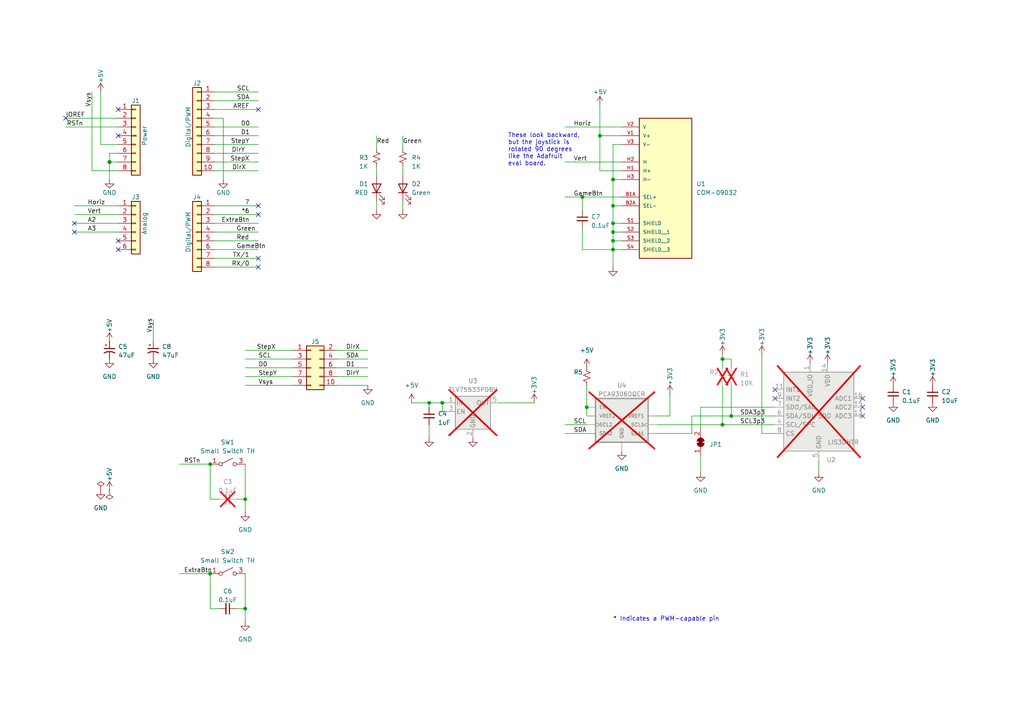
<source format=kicad_sch>
(kicad_sch (version 20230121) (generator eeschema)
  (paper "A4")
  (title_block (date "2023-10-11"))
  (lib_symbols
    (symbol "Connector_Generic:Conn_01x06" (pin_names (offset 1.016) hide)
      (property "Reference" "J" (at 0 7.62 0))
      (property "Value" "Conn_01x06" (at 0 -10.16 0))
      (symbol "Conn_01x06_1_1"
        (rectangle (start -1.27 -7.493) (end 0 -7.747) (stroke (width 0.1524)))
        (rectangle (start -1.27 -4.953) (end 0 -5.207) (stroke (width 0.1524)))
        (rectangle (start -1.27 -2.413) (end 0 -2.667) (stroke (width 0.1524)))
        (rectangle (start -1.27 0.127) (end 0 -0.127) (stroke (width 0.1524)))
        (rectangle (start -1.27 2.667) (end 0 2.413) (stroke (width 0.1524)))
        (rectangle (start -1.27 5.207) (end 0 4.953) (stroke (width 0.1524)))
        (rectangle (start -1.27 6.35) (end 1.27 -8.89) (stroke (width 0.254)) (fill (type background)))
        (pin passive line (at -5.08 5.08 0) (length 3.81) (name "Pin_1") (number "1"))
        (pin passive line (at -5.08 2.54 0) (length 3.81) (name "Pin_2") (number "2"))
        (pin passive line (at -5.08 0 0) (length 3.81) (name "Pin_3") (number "3"))
        (pin passive line (at -5.08 -2.54 0) (length 3.81) (name "Pin_4") (number "4"))
        (pin passive line (at -5.08 -5.08 0) (length 3.81) (name "Pin_5") (number "5"))
        (pin passive line (at -5.08 -7.62 0) (length 3.81) (name "Pin_6") (number "6"))
      )
    )
    (symbol "Connector_Generic:Conn_01x08" (pin_names (offset 1.016) hide)
      (property "Reference" "J" (at 0 10.16 0))
      (property "Value" "Conn_01x08" (at 0 -12.7 0))
      (symbol "Conn_01x08_1_1"
        (rectangle (start -1.27 -10.033) (end 0 -10.287) (stroke (width 0.1524)))
        (rectangle (start -1.27 -7.493) (end 0 -7.747) (stroke (width 0.1524)))
        (rectangle (start -1.27 -4.953) (end 0 -5.207) (stroke (width 0.1524)))
        (rectangle (start -1.27 -2.413) (end 0 -2.667) (stroke (width 0.1524)))
        (rectangle (start -1.27 0.127) (end 0 -0.127) (stroke (width 0.1524)))
        (rectangle (start -1.27 2.667) (end 0 2.413) (stroke (width 0.1524)))
        (rectangle (start -1.27 5.207) (end 0 4.953) (stroke (width 0.1524)))
        (rectangle (start -1.27 7.747) (end 0 7.493) (stroke (width 0.1524)))
        (rectangle (start -1.27 8.89) (end 1.27 -11.43) (stroke (width 0.254)) (fill (type background)))
        (pin passive line (at -5.08 7.62 0) (length 3.81) (name "Pin_1") (number "1"))
        (pin passive line (at -5.08 5.08 0) (length 3.81) (name "Pin_2") (number "2"))
        (pin passive line (at -5.08 2.54 0) (length 3.81) (name "Pin_3") (number "3"))
        (pin passive line (at -5.08 0 0) (length 3.81) (name "Pin_4") (number "4"))
        (pin passive line (at -5.08 -2.54 0) (length 3.81) (name "Pin_5") (number "5"))
        (pin passive line (at -5.08 -5.08 0) (length 3.81) (name "Pin_6") (number "6"))
        (pin passive line (at -5.08 -7.62 0) (length 3.81) (name "Pin_7") (number "7"))
        (pin passive line (at -5.08 -10.16 0) (length 3.81) (name "Pin_8") (number "8"))
      )
    )
    (symbol "Connector_Generic:Conn_01x10" (pin_names (offset 1.016) hide)
      (property "Reference" "J" (at 0 12.7 0))
      (property "Value" "Conn_01x10" (at 0 -15.24 0))
      (symbol "Conn_01x10_1_1"
        (rectangle (start -1.27 -12.573) (end 0 -12.827) (stroke (width 0.1524)))
        (rectangle (start -1.27 -10.033) (end 0 -10.287) (stroke (width 0.1524)))
        (rectangle (start -1.27 -7.493) (end 0 -7.747) (stroke (width 0.1524)))
        (rectangle (start -1.27 -4.953) (end 0 -5.207) (stroke (width 0.1524)))
        (rectangle (start -1.27 -2.413) (end 0 -2.667) (stroke (width 0.1524)))
        (rectangle (start -1.27 0.127) (end 0 -0.127) (stroke (width 0.1524)))
        (rectangle (start -1.27 2.667) (end 0 2.413) (stroke (width 0.1524)))
        (rectangle (start -1.27 5.207) (end 0 4.953) (stroke (width 0.1524)))
        (rectangle (start -1.27 7.747) (end 0 7.493) (stroke (width 0.1524)))
        (rectangle (start -1.27 10.287) (end 0 10.033) (stroke (width 0.1524)))
        (rectangle (start -1.27 11.43) (end 1.27 -13.97) (stroke (width 0.254)) (fill (type background)))
        (pin passive line (at -5.08 10.16 0) (length 3.81) (name "Pin_1") (number "1"))
        (pin passive line (at -5.08 -12.7 0) (length 3.81) (name "Pin_10") (number "10"))
        (pin passive line (at -5.08 7.62 0) (length 3.81) (name "Pin_2") (number "2"))
        (pin passive line (at -5.08 5.08 0) (length 3.81) (name "Pin_3") (number "3"))
        (pin passive line (at -5.08 2.54 0) (length 3.81) (name "Pin_4") (number "4"))
        (pin passive line (at -5.08 0 0) (length 3.81) (name "Pin_5") (number "5"))
        (pin passive line (at -5.08 -2.54 0) (length 3.81) (name "Pin_6") (number "6"))
        (pin passive line (at -5.08 -5.08 0) (length 3.81) (name "Pin_7") (number "7"))
        (pin passive line (at -5.08 -7.62 0) (length 3.81) (name "Pin_8") (number "8"))
        (pin passive line (at -5.08 -10.16 0) (length 3.81) (name "Pin_9") (number "9"))
      )
    )
    (symbol "Connector_Generic:Conn_02x05_Odd_Even" (pin_names (offset 1.016) hide)
      (property "Reference" "J" (at 1.27 7.62 0))
      (property "Value" "Conn_02x05_Odd_Even" (at 1.27 -7.62 0))
      (symbol "Conn_02x05_Odd_Even_1_1"
        (rectangle (start -1.27 -4.953) (end 0 -5.207) (stroke (width 0.1524)))
        (rectangle (start -1.27 -2.413) (end 0 -2.667) (stroke (width 0.1524)))
        (rectangle (start -1.27 0.127) (end 0 -0.127) (stroke (width 0.1524)))
        (rectangle (start -1.27 2.667) (end 0 2.413) (stroke (width 0.1524)))
        (rectangle (start -1.27 5.207) (end 0 4.953) (stroke (width 0.1524)))
        (rectangle (start -1.27 6.35) (end 3.81 -6.35) (stroke (width 0.254)) (fill (type background)))
        (rectangle (start 3.81 -4.953) (end 2.54 -5.207) (stroke (width 0.1524)))
        (rectangle (start 3.81 -2.413) (end 2.54 -2.667) (stroke (width 0.1524)))
        (rectangle (start 3.81 0.127) (end 2.54 -0.127) (stroke (width 0.1524)))
        (rectangle (start 3.81 2.667) (end 2.54 2.413) (stroke (width 0.1524)))
        (rectangle (start 3.81 5.207) (end 2.54 4.953) (stroke (width 0.1524)))
        (pin passive line (at -5.08 5.08 0) (length 3.81) (name "Pin_1") (number "1"))
        (pin passive line (at 7.62 -5.08 180) (length 3.81) (name "Pin_10") (number "10"))
        (pin passive line (at 7.62 5.08 180) (length 3.81) (name "Pin_2") (number "2"))
        (pin passive line (at -5.08 2.54 0) (length 3.81) (name "Pin_3") (number "3"))
        (pin passive line (at 7.62 2.54 180) (length 3.81) (name "Pin_4") (number "4"))
        (pin passive line (at -5.08 0 0) (length 3.81) (name "Pin_5") (number "5"))
        (pin passive line (at 7.62 0 180) (length 3.81) (name "Pin_6") (number "6"))
        (pin passive line (at -5.08 -2.54 0) (length 3.81) (name "Pin_7") (number "7"))
        (pin passive line (at 7.62 -2.54 180) (length 3.81) (name "Pin_8") (number "8"))
        (pin passive line (at -5.08 -5.08 0) (length 3.81) (name "Pin_9") (number "9"))
      )
    )
    (symbol "Device:C_Polarized_Small_US" (pin_numbers hide) (pin_names (offset 0.254) hide)
      (property "Reference" "C" (at 0.254 1.778 0))
      (property "Value" "C_Polarized_Small_US" (at 0.254 -2.032 0))
      (symbol "C_Polarized_Small_US_0_1"
        (polyline (pts (xy -1.524 0.508) (xy 1.524 0.508)) (stroke (width 0.3048)))
        (polyline (pts (xy -1.27 1.524) (xy -0.762 1.524)))
        (polyline (pts (xy -1.016 1.27) (xy -1.016 1.778)))
        (arc (start 1.524 -0.762) (mid 0 -0.3734) (end -1.524 -0.762) (stroke (width 0.3048)))
      )
      (symbol "C_Polarized_Small_US_1_1"
        (pin passive line (at 0 2.54 270) (length 2.032) (name "~") (number "1"))
        (pin passive line (at 0 -2.54 90) (length 2.032) (name "~") (number "2"))
      )
    )
    (symbol "Device:C_Small" (pin_numbers hide) (pin_names (offset 0.254) hide)
      (property "Reference" "C" (at 0.254 1.778 0))
      (property "Value" "C_Small" (at 0.254 -2.032 0))
      (symbol "C_Small_0_1"
        (polyline (pts (xy -1.524 -0.508) (xy 1.524 -0.508)) (stroke (width 0.3302)))
        (polyline (pts (xy -1.524 0.508) (xy 1.524 0.508)) (stroke (width 0.3048)))
      )
      (symbol "C_Small_1_1"
        (pin passive line (at 0 2.54 270) (length 2.032) (name "~") (number "1"))
        (pin passive line (at 0 -2.54 90) (length 2.032) (name "~") (number "2"))
      )
    )
    (symbol "Device:LED" (pin_numbers hide) (pin_names (offset 1.016) hide)
      (property "Reference" "D" (at 0 2.54 0))
      (property "Value" "LED" (at 0 -2.54 0))
      (symbol "LED_0_1"
        (polyline (pts (xy -1.27 -1.27) (xy -1.27 1.27)) (stroke (width 0.254)))
        (polyline (pts (xy -1.27 0) (xy 1.27 0)))
        (polyline (pts (xy 1.27 -1.27) (xy 1.27 1.27) (xy -1.27 0) (xy 1.27 -1.27)) (stroke (width 0.254)))
        (polyline (pts (xy -3.048 -0.762) (xy -4.572 -2.286) (xy -3.81 -2.286) (xy -4.572 -2.286) (xy -4.572 -1.524)))
        (polyline (pts (xy -1.778 -0.762) (xy -3.302 -2.286) (xy -2.54 -2.286) (xy -3.302 -2.286) (xy -3.302 -1.524)))
      )
      (symbol "LED_1_1"
        (pin passive line (at -3.81 0 0) (length 2.54) (name "K") (number "1"))
        (pin passive line (at 3.81 0 180) (length 2.54) (name "A") (number "2"))
      )
    )
    (symbol "Device:R_Small_US" (pin_numbers hide) (pin_names (offset 0.254) hide)
      (property "Reference" "R" (at 0.762 0.508 0))
      (property "Value" "R_Small_US" (at 0.762 -1.016 0))
      (symbol "R_Small_US_1_1"
        (polyline (pts (xy 0 0) (xy 1.016 -0.381) (xy 0 -0.762) (xy -1.016 -1.143) (xy 0 -1.524)))
        (polyline (pts (xy 0 1.524) (xy 1.016 1.143) (xy 0 0.762) (xy -1.016 0.381) (xy 0 0)))
        (pin passive line (at 0 2.54 270) (length 1.016) (name "~") (number "1"))
        (pin passive line (at 0 -2.54 90) (length 1.016) (name "~") (number "2"))
      )
    )
    (symbol "Jumper:SolderJumper_2_Bridged" (pin_names (offset 0) hide)
      (property "Reference" "JP" (at 0 2.032 0))
      (property "Value" "SolderJumper_2_Bridged" (at 0 -2.54 0))
      (symbol "SolderJumper_2_Bridged_0_1"
        (rectangle (start -0.508 0.508) (end 0.508 -0.508) (fill (type outline)))
        (arc (start -0.254 1.016) (mid -1.2656 0) (end -0.254 -1.016))
        (arc (start -0.254 1.016) (mid -1.2656 0) (end -0.254 -1.016) (fill (type outline)))
        (polyline (pts (xy -0.254 1.016) (xy -0.254 -1.016)))
        (polyline (pts (xy 0.254 1.016) (xy 0.254 -1.016)))
        (arc (start 0.254 -1.016) (mid 1.2656 0) (end 0.254 1.016))
        (arc (start 0.254 -1.016) (mid 1.2656 0) (end 0.254 1.016) (fill (type outline)))
      )
      (symbol "SolderJumper_2_Bridged_1_1"
        (pin passive line (at -3.81 0 0) (length 2.54) (name "A") (number "1"))
        (pin passive line (at 3.81 0 180) (length 2.54) (name "B") (number "2"))
      )
    )
    (symbol "Local:COM-09032" (pin_names (offset 1.016))
      (property "Reference" "U" (at -7.62 16.002 0))
      (property "Value" "COM-09032" (at -7.62 -27.94 0))
      (symbol "COM-09032_0_0"
        (rectangle (start -7.62 -25.4) (end 7.62 15.24) (stroke (width 0.254)) (fill (type background)))
        (pin passive line (at -12.7 -7.62 0) (length 5.08) (name "SEL+") (number "B1A"))
        (pin passive line (at -12.7 -10.16 0) (length 5.08) (name "SEL-") (number "B2A"))
        (pin passive line (at -12.7 0 0) (length 5.08) (name "H+") (number "H1"))
        (pin passive line (at -12.7 2.54 0) (length 5.08) (name "H") (number "H2"))
        (pin passive line (at -12.7 -2.54 0) (length 5.08) (name "H-") (number "H3"))
        (pin passive line (at -12.7 -15.24 0) (length 5.08) (name "SHIELD") (number "S1"))
        (pin passive line (at -12.7 -17.78 0) (length 5.08) (name "SHIELD__1") (number "S2"))
        (pin passive line (at -12.7 -20.32 0) (length 5.08) (name "SHIELD__2") (number "S3"))
        (pin passive line (at -12.7 -22.86 0) (length 5.08) (name "SHIELD__3") (number "S4"))
        (pin passive line (at -12.7 10.16 0) (length 5.08) (name "V+") (number "V1"))
        (pin passive line (at -12.7 12.7 0) (length 5.08) (name "V") (number "V2"))
        (pin passive line (at -12.7 7.62 0) (length 5.08) (name "V-") (number "V3"))
      )
    )
    (symbol "Local:Small Switch TH" (pin_names (offset 0) hide)
      (property "Reference" "SW" (at 0 3.175 0))
      (property "Value" "Small Switch TH" (at 0 -2.54 0))
      (symbol "Small Switch TH_0_0"
        (circle (center -2.032 0) (radius 0.508))
        (polyline (pts (xy -1.524 0.254) (xy 1.524 1.778)))
        (circle (center 2.032 0) (radius 0.508))
      )
      (symbol "Small Switch TH_1_1"
        (pin passive line (at -5.08 0 0) (length 2.54) (name "A") (number "1"))
        (pin passive line (at -5.08 0 0) (length 2.54) hide (name "A") (number "2"))
        (pin passive line (at 5.08 0 180) (length 2.54) (name "B") (number "3"))
        (pin passive line (at 5.08 0 180) (length 2.54) hide (name "B") (number "4"))
      )
    )
    (symbol "Regulator_Linear:TLV75533PDBV" (pin_names (offset 0.254))
      (property "Reference" "U" (at -3.81 5.715 0))
      (property "Value" "TLV75533PDBV" (at 0 5.715 0))
      (symbol "TLV75533PDBV_0_1"
        (rectangle (start -5.08 4.445) (end 5.08 -5.08) (stroke (width 0.254)) (fill (type background)))
      )
      (symbol "TLV75533PDBV_1_1"
        (pin power_in line (at -7.62 2.54 0) (length 2.54) (name "IN") (number "1"))
        (pin power_in line (at 0 -7.62 90) (length 2.54) (name "GND") (number "2"))
        (pin input line (at -7.62 0 0) (length 2.54) (name "EN") (number "3"))
        (pin no_connect line (at 5.08 0 180) (length 2.54) hide (name "NC") (number "4"))
        (pin power_out line (at 7.62 2.54 180) (length 2.54) (name "OUT") (number "5"))
      )
    )
    (symbol "Sensor_Motion:LIS3DH"
      (property "Reference" "U" (at -7.62 11.43 0))
      (property "Value" "LIS3DH" (at 6.35 11.43 0))
      (symbol "LIS3DH_0_1"
        (rectangle (start -10.16 10.16) (end 10.16 -12.7) (stroke (width 0.254)) (fill (type background)))
      )
      (symbol "LIS3DH_1_1"
        (pin power_in line (at -2.54 12.7 270) (length 2.54) (name "VDD_IO") (number "1"))
        (pin passive line (at 0 -15.24 90) (length 2.54) hide (name "GND") (number "10"))
        (pin output line (at -12.7 5.08 0) (length 2.54) (name "INT1") (number "11"))
        (pin passive line (at 0 -15.24 90) (length 2.54) hide (name "GND") (number "12"))
        (pin input line (at 12.7 -2.54 180) (length 2.54) (name "ADC3") (number "13"))
        (pin power_in line (at 2.54 12.7 270) (length 2.54) (name "VDD") (number "14"))
        (pin input line (at 12.7 0 180) (length 2.54) (name "ADC2") (number "15"))
        (pin input line (at 12.7 2.54 180) (length 2.54) (name "ADC1") (number "16"))
        (pin no_connect line (at 10.16 5.08 180) (length 2.54) hide (name "NC") (number "2"))
        (pin no_connect line (at 10.16 7.62 180) (length 2.54) hide (name "NC") (number "3"))
        (pin input line (at -12.7 -5.08 0) (length 2.54) (name "SCL/SPC") (number "4"))
        (pin power_in line (at 0 -15.24 90) (length 2.54) (name "GND") (number "5"))
        (pin bidirectional line (at -12.7 -2.54 0) (length 2.54) (name "SDA/SDI/SDO") (number "6"))
        (pin bidirectional line (at -12.7 0 0) (length 2.54) (name "SDO/SA0") (number "7"))
        (pin input line (at -12.7 -7.62 0) (length 2.54) (name "CS") (number "8"))
        (pin output line (at -12.7 2.54 0) (length 2.54) (name "INT2") (number "9"))
      )
    )
    (symbol "StockedComponents:PCA9306DQER" (pin_numbers hide) (pin_names (offset 1.016))
      (property "Reference" "U" (at -12.7 16.24 0))
      (property "Value" "PCA9306DQER" (at -12.7 0 0))
      (symbol "PCA9306DQER_0_0"
        (rectangle (start -12.7 15.24) (end 2.54 2.54) (stroke (width 0.41)) (fill (type background)))
        (pin power_in line (at -5.08 0 90) (length 2.54) (name "GND") (number "1"))
        (pin input line (at -15.24 10.16 0) (length 2.54) (name "VREF1") (number "2"))
        (pin input clock (at -15.24 7.62 0) (length 2.54) (name "SCL1") (number "3"))
        (pin bidirectional line (at -15.24 5.08 0) (length 2.54) (name "SDA1") (number "4"))
        (pin bidirectional line (at 5.08 5.08 180) (length 2.54) (name "SDA2") (number "5"))
        (pin input clock (at 5.08 7.62 180) (length 2.54) (name "SCL2") (number "6"))
        (pin input line (at 5.08 10.16 180) (length 2.54) (name "VREF2") (number "7"))
        (pin input line (at 5.08 12.7 180) (length 2.54) (name "EN") (number "8"))
      )
    )
    (symbol "power:+3V3" (power) (pin_names (offset 0))
      (property "Value" "+3V3" (at 0 3.556 0))
      (symbol "+3V3_0_1"
        (polyline (pts (xy -0.762 1.27) (xy 0 2.54)))
        (polyline (pts (xy 0 0) (xy 0 2.54)))
        (polyline (pts (xy 0 2.54) (xy 0.762 1.27)))
      )
      (symbol "+3V3_1_1"
        (pin power_in line (at 0 0 90) (length 0) hide (name "+3V3") (number "1"))
      )
    )
    (symbol "power:+5V" (power) (pin_names (offset 0))
      (property "Value" "+5V" (at 0 3.556 0))
      (symbol "+5V_0_1"
        (polyline (pts (xy -0.762 1.27) (xy 0 2.54)))
        (polyline (pts (xy 0 0) (xy 0 2.54)))
        (polyline (pts (xy 0 2.54) (xy 0.762 1.27)))
      )
      (symbol "+5V_1_1"
        (pin power_in line (at 0 0 90) (length 0) hide (name "+5V") (number "1"))
      )
    )
    (symbol "power:GND" (power) (pin_names (offset 0))
      (property "Value" "GND" (at 0 -3.81 0))
      (symbol "GND_0_1"
        (polyline (pts (xy 0 0) (xy 0 -1.27) (xy 1.27 -1.27) (xy 0 -2.54) (xy -1.27 -1.27) (xy 0 -1.27)))
      )
      (symbol "GND_1_1"
        (pin power_in line (at 0 0 270) (length 0) hide (name "GND") (number "1"))
      )
    )
    (symbol "power:PWR_FLAG" (power) (pin_numbers hide) (pin_names (offset 0) hide)
      (property "Value" "PWR_FLAG" (at 0 3.81 0))
      (symbol "PWR_FLAG_0_0"
        (pin power_out line (at 0 0 90) (length 0) (name "pwr") (number "1"))
      )
      (symbol "PWR_FLAG_0_1"
        (polyline (pts (xy 0 0) (xy 0 1.27) (xy -1.016 1.905) (xy 0 2.54) (xy 1.016 1.905) (xy 0 1.27)))
      )
    )
  )
  (junction (at 71.12 144.78))
  (junction (at 173.99 39.37))
  (junction (at 71.12 176.53))
  (junction (at 209.55 123.19))
  (junction (at 209.55 104.14))
  (junction (at 124.46 116.84))
  (junction (at 31.75 46.99) (diameter 1.016))
  (junction (at 170.18 118.11))
  (junction (at 177.8 59.69))
  (junction (at 177.8 67.31))
  (junction (at 60.96 134.62))
  (junction (at 60.96 166.37))
  (junction (at 177.8 64.77))
  (junction (at 177.8 69.85))
  (junction (at 212.09 120.65))
  (junction (at 177.8 52.07))
  (junction (at 168.91 57.15))
  (junction (at 128.27 116.84))
  (junction (at 177.8 72.39))
  (no_connect (at 74.93 59.69))
  (no_connect (at 250.19 118.11))
  (no_connect (at 34.29 69.85))
  (no_connect (at 250.19 120.65))
  (no_connect (at 21.59 67.31))
  (no_connect (at 34.29 72.39))
  (no_connect (at 224.79 113.03))
  (no_connect (at 19.05 34.29))
  (no_connect (at 250.19 115.57))
  (no_connect (at 74.93 74.93))
  (no_connect (at 224.79 115.57))
  (no_connect (at 21.59 64.77))
  (no_connect (at 34.29 31.75))
  (no_connect (at 74.93 62.23))
  (no_connect (at 74.93 77.47))
  (no_connect (at 34.29 39.37))
  (no_connect (at 74.93 31.75))
  (wire (pts (xy 62.23 77.47) (xy 74.93 77.47)))
  (wire (pts (xy 68.58 176.53) (xy 71.12 176.53)))
  (wire (pts (xy 62.23 44.45) (xy 74.93 44.45)))
  (wire (pts (xy 109.22 48.26) (xy 109.22 50.8)))
  (wire (pts (xy 168.91 66.04) (xy 168.91 72.39)))
  (wire (pts (xy 97.79 106.68) (xy 106.68 106.68)))
  (wire (pts (xy 212.09 106.68) (xy 212.09 104.14)))
  (wire (pts (xy 71.12 101.6) (xy 85.09 101.6)))
  (wire (pts (xy 60.96 176.53) (xy 60.96 166.37)))
  (wire (pts (xy 62.23 26.67) (xy 74.93 26.67)))
  (wire (pts (xy 163.83 123.19) (xy 170.18 123.19)))
  (wire (pts (xy 71.12 148.59) (xy 71.12 144.78)))
  (wire (pts (xy 173.99 39.37) (xy 173.99 49.53)))
  (wire (pts (xy 220.98 102.87) (xy 220.98 125.73)))
  (wire (pts (xy 97.79 104.14) (xy 106.68 104.14)))
  (wire (pts (xy 31.75 44.45) (xy 31.75 46.99)))
  (wire (pts (xy 209.55 102.87) (xy 209.55 104.14)))
  (wire (pts (xy 209.55 104.14) (xy 209.55 106.68)))
  (wire (pts (xy 170.18 118.11) (xy 170.18 120.65)))
  (wire (pts (xy 177.8 72.39) (xy 177.8 77.47)))
  (wire (pts (xy 31.75 46.99) (xy 31.75 52.07)))
  (wire (pts (xy 62.23 69.85) (xy 74.93 69.85)))
  (wire (pts (xy 97.79 101.6) (xy 106.68 101.6)))
  (wire (pts (xy 124.46 123.19) (xy 124.46 127)))
  (wire (pts (xy 200.66 125.73) (xy 200.66 120.65)))
  (wire (pts (xy 29.21 41.91) (xy 34.29 41.91)))
  (wire (pts (xy 237.49 133.35) (xy 237.49 137.16)))
  (wire (pts (xy 29.21 26.67) (xy 29.21 41.91)))
  (wire (pts (xy 85.09 111.76) (xy 71.12 111.76)))
  (wire (pts (xy 177.8 67.31) (xy 180.34 67.31)))
  (wire (pts (xy 190.5 123.19) (xy 209.55 123.19)))
  (wire (pts (xy 62.23 36.83) (xy 74.93 36.83)))
  (wire (pts (xy 71.12 106.68) (xy 85.09 106.68)))
  (wire (pts (xy 62.23 59.69) (xy 74.93 59.69)))
  (wire (pts (xy 177.8 64.77) (xy 177.8 67.31)))
  (wire (pts (xy 34.29 59.69) (xy 21.59 59.69)))
  (wire (pts (xy 194.31 114.3) (xy 194.31 120.65)))
  (wire (pts (xy 116.84 39.37) (xy 116.84 43.18)))
  (wire (pts (xy 124.46 116.84) (xy 128.27 116.84)))
  (wire (pts (xy 62.23 62.23) (xy 74.93 62.23)))
  (wire (pts (xy 163.83 36.83) (xy 180.34 36.83)))
  (wire (pts (xy 173.99 39.37) (xy 180.34 39.37)))
  (wire (pts (xy 170.18 111.76) (xy 170.18 118.11)))
  (wire (pts (xy 212.09 104.14) (xy 209.55 104.14)))
  (wire (pts (xy 52.07 134.62) (xy 60.96 134.62)))
  (wire (pts (xy 109.22 39.37) (xy 109.22 43.18)))
  (wire (pts (xy 163.83 57.15) (xy 168.91 57.15)))
  (wire (pts (xy 168.91 57.15) (xy 168.91 60.96)))
  (wire (pts (xy 60.96 144.78) (xy 60.96 134.62)))
  (wire (pts (xy 62.23 46.99) (xy 74.93 46.99)))
  (wire (pts (xy 209.55 123.19) (xy 209.55 111.76)))
  (wire (pts (xy 168.91 57.15) (xy 180.34 57.15)))
  (wire (pts (xy 203.2 118.11) (xy 203.2 124.46)))
  (wire (pts (xy 19.05 34.29) (xy 34.29 34.29)))
  (wire (pts (xy 168.91 72.39) (xy 177.8 72.39)))
  (wire (pts (xy 63.5 144.78) (xy 60.96 144.78)))
  (wire (pts (xy 119.38 116.84) (xy 124.46 116.84)))
  (wire (pts (xy 97.79 109.22) (xy 106.68 109.22)))
  (wire (pts (xy 177.8 72.39) (xy 180.34 72.39)))
  (wire (pts (xy 129.54 119.38) (xy 128.27 119.38)))
  (wire (pts (xy 180.34 41.91) (xy 177.8 41.91)))
  (wire (pts (xy 177.8 69.85) (xy 180.34 69.85)))
  (wire (pts (xy 109.22 58.42) (xy 109.22 60.96)))
  (wire (pts (xy 64.77 34.29) (xy 64.77 52.07)))
  (wire (pts (xy 97.79 111.76) (xy 106.68 111.76)))
  (wire (pts (xy 177.8 52.07) (xy 177.8 59.69)))
  (wire (pts (xy 62.23 31.75) (xy 74.93 31.75)))
  (wire (pts (xy 124.46 116.84) (xy 124.46 118.11)))
  (wire (pts (xy 34.29 64.77) (xy 21.59 64.77)))
  (wire (pts (xy 19.05 36.83) (xy 34.29 36.83)))
  (wire (pts (xy 34.29 46.99) (xy 31.75 46.99)))
  (wire (pts (xy 203.2 132.08) (xy 203.2 137.16)))
  (wire (pts (xy 200.66 120.65) (xy 212.09 120.65)))
  (wire (pts (xy 52.07 166.37) (xy 60.96 166.37)))
  (wire (pts (xy 144.78 116.84) (xy 154.94 116.84)))
  (wire (pts (xy 34.29 49.53) (xy 26.67 49.53)))
  (wire (pts (xy 128.27 116.84) (xy 129.54 116.84)))
  (wire (pts (xy 71.12 144.78) (xy 71.12 134.62)))
  (wire (pts (xy 21.59 62.23) (xy 34.29 62.23)))
  (wire (pts (xy 85.09 109.22) (xy 71.12 109.22)))
  (wire (pts (xy 190.5 125.73) (xy 200.66 125.73)))
  (wire (pts (xy 128.27 119.38) (xy 128.27 116.84)))
  (wire (pts (xy 62.23 67.31) (xy 74.93 67.31)))
  (wire (pts (xy 224.79 123.19) (xy 209.55 123.19)))
  (wire (pts (xy 71.12 180.34) (xy 71.12 176.53)))
  (wire (pts (xy 177.8 59.69) (xy 180.34 59.69)))
  (wire (pts (xy 163.83 46.99) (xy 180.34 46.99)))
  (wire (pts (xy 62.23 34.29) (xy 64.77 34.29)))
  (wire (pts (xy 212.09 120.65) (xy 224.79 120.65)))
  (wire (pts (xy 34.29 44.45) (xy 31.75 44.45)))
  (wire (pts (xy 44.45 92.71) (xy 44.45 99.06)))
  (wire (pts (xy 62.23 41.91) (xy 74.93 41.91)))
  (wire (pts (xy 173.99 30.48) (xy 173.99 39.37)))
  (wire (pts (xy 63.5 176.53) (xy 60.96 176.53)))
  (wire (pts (xy 62.23 64.77) (xy 74.93 64.77)))
  (wire (pts (xy 71.12 104.14) (xy 85.09 104.14)))
  (wire (pts (xy 21.59 67.31) (xy 34.29 67.31)))
  (wire (pts (xy 163.83 125.73) (xy 170.18 125.73)))
  (wire (pts (xy 177.8 64.77) (xy 180.34 64.77)))
  (wire (pts (xy 177.8 69.85) (xy 177.8 72.39)))
  (wire (pts (xy 180.34 49.53) (xy 173.99 49.53)))
  (wire (pts (xy 71.12 176.53) (xy 71.12 166.37)))
  (wire (pts (xy 177.8 59.69) (xy 177.8 64.77)))
  (wire (pts (xy 116.84 60.96) (xy 116.84 58.42)))
  (wire (pts (xy 62.23 29.21) (xy 74.93 29.21)))
  (wire (pts (xy 177.8 52.07) (xy 180.34 52.07)))
  (wire (pts (xy 62.23 72.39) (xy 74.93 72.39)))
  (wire (pts (xy 212.09 111.76) (xy 212.09 120.65)))
  (wire (pts (xy 224.79 125.73) (xy 220.98 125.73)))
  (wire (pts (xy 190.5 120.65) (xy 194.31 120.65)))
  (wire (pts (xy 116.84 48.26) (xy 116.84 50.8)))
  (wire (pts (xy 177.8 41.91) (xy 177.8 52.07)))
  (wire (pts (xy 62.23 39.37) (xy 74.93 39.37)))
  (wire (pts (xy 68.58 144.78) (xy 71.12 144.78)))
  (wire (pts (xy 224.79 118.11) (xy 203.2 118.11)))
  (wire (pts (xy 62.23 74.93) (xy 74.93 74.93)))
  (wire (pts (xy 177.8 67.31) (xy 177.8 69.85)))
  (wire (pts (xy 26.67 49.53) (xy 26.67 26.67)))
  (wire (pts (xy 62.23 49.53) (xy 74.93 49.53)))
  (text "These look backward, \nbut the joystick is \nrotated 90 degrees \nlike the Adafruit \neval board." (at 147.32 48.26 0) (effects (font (size 1.27 1.27)) (justify left bottom)))
  (text "* Indicates a PWM-capable pin" (at 177.8 180.34 0) (effects (font (size 1.27 1.27)) (justify left bottom)))
  (label "Vsys" (at 44.45 96.52 90))
  (label "RX{slash}0" (at 72.39 77.47 180))
  (label "Vert" (at 25.4 62.23 0))
  (label "Red" (at 68.58 69.85 0))
  (label "A2" (at 25.4 64.77 0))
  (label "StepY" (at 74.93 109.22 0))
  (label "SCL" (at 74.93 104.14 0))
  (label "SDA" (at 100.33 104.14 0))
  (label "SDA" (at 166.37 125.73 0))
  (label "Horiz" (at 25.4 59.69 0))
  (label "A3" (at 25.4 67.31 0))
  (label "RSTn" (at 53.34 134.62 0))
  (label "Vsys" (at 74.93 111.76 0))
  (label "Vert" (at 166.37 46.99 0))
  (label "RSTn" (at 24.13 36.83 180))
  (label "GameBtn" (at 68.58 72.39 0))
  (label "DirY" (at 71.12 44.45 180))
  (label "StepX" (at 80.01 101.6 180))
  (label "DirY" (at 100.33 109.22 0))
  (label "D1" (at 100.33 106.68 0))
  (label "D0" (at 74.93 106.68 0))
  (label "SDA3p3" (at 214.63 120.65 0))
  (label "7" (at 72.39 59.69 180))
  (label "D0" (at 69.85 36.83 0))
  (label "SDA" (at 72.39 29.21 180))
  (label "SCL" (at 166.37 123.19 0))
  (label "StepY" (at 72.39 41.91 180))
  (label "DirX" (at 100.33 101.6 0))
  (label "DirX" (at 67.31 49.53 0))
  (label "TX{slash}1" (at 72.39 74.93 180))
  (label "Red" (at 109.22 41.91 0))
  (label "Horiz" (at 166.37 36.83 0))
  (label "AREF" (at 72.39 31.75 180))
  (label "Green" (at 68.58 67.31 0))
  (label "Vsys" (at 26.67 26.67 270))
  (label "*6" (at 72.39 62.23 180))
  (label "SCL" (at 72.39 26.67 180))
  (label "StepX" (at 72.39 46.99 180))
  (label "D1" (at 69.85 39.37 0))
  (label "ExtraBtn" (at 72.39 64.77 180))
  (label "IOREF" (at 19.05 34.29 0))
  (label "ExtraBtn" (at 53.34 166.37 0))
  (label "Green" (at 116.84 41.91 0))
  (label "SCL3p3" (at 214.63 123.19 0))
  (label "GameBtn" (at 166.37 57.15 0))
  (symbol (lib_id "Connector_Generic:Conn_01x08") (at 39.37 39.37 0) (unit 1)
    (property "Reference" "J1" (at 39.37 29.21 0))
    (property "Value" "Power" (at 41.91 39.37 90))
    (property "Footprint" "Connector_PinSocket_2.54mm:PinSocket_1x08_P2.54mm_Vertical" (effects hide))
    (property "Datasheet" "~" (at 39.37 39.37 0))
    (property "Digikey" "2057-PH1-08-UA-ND" (effects hide))
    (property "Vendor" "2057-PH1-08-UA-ND" (effects hide))
  )
  (symbol (lib_id "power:+5V") (at 29.21 26.67 0) (unit 1)
    (property "Reference" "#PWR02" (effects hide))
    (property "Value" "+5V" (at 29.21 24.13 90) (effects (justify left)))
  )
  (symbol (lib_id "power:GND") (at 31.75 52.07 0) (unit 1)
    (property "Reference" "#PWR04" (effects hide))
    (property "Value" "GND" (at 31.75 55.88 0))
  )
  (symbol (lib_id "Connector_Generic:Conn_01x10") (at 57.15 36.83 0) (mirror y) (unit 1)
    (property "Reference" "J2" (at 57.15 24.13 0))
    (property "Value" "Digital/PWM" (at 54.61 36.83 90))
    (property "Footprint" "Connector_PinSocket_2.54mm:PinSocket_1x10_P2.54mm_Vertical" (effects hide))
    (property "Datasheet" "~" (at 57.15 36.83 0))
    (property "Digikey" "2057-PH1-10-UA-ND" (effects hide))
    (property "Vendor" "2057-PH1-10-UA-ND" (effects hide))
  )
  (symbol (lib_id "power:GND") (at 64.77 52.07 0) (unit 1)
    (property "Reference" "#PWR05" (effects hide))
    (property "Value" "GND" (at 64.77 55.88 0))
  )
  (symbol (lib_id "Connector_Generic:Conn_01x06") (at 39.37 64.77 0) (unit 1)
    (property "Reference" "J3" (at 39.37 57.15 0))
    (property "Value" "Analog" (at 41.91 64.77 90))
    (property "Footprint" "Connector_PinSocket_2.54mm:PinSocket_1x06_P2.54mm_Vertical" (effects hide))
    (property "digikey" "2057-PH1-06-UA-ND" (effects hide))
    (property "Vendor" "2057-PH1-06-UA-ND" (effects hide))
  )
  (symbol (lib_id "Connector_Generic:Conn_01x08") (at 57.15 67.31 0) (mirror y) (unit 1)
    (property "Reference" "J4" (at 57.15 57.15 0))
    (property "Value" "Digital/PWM" (at 54.61 67.31 90))
    (property "Footprint" "Connector_PinSocket_2.54mm:PinSocket_1x08_P2.54mm_Vertical" (effects hide))
    (property "Datasheet" "~" (at 57.15 67.31 0))
    (property "Digikey" "2057-PH1-08-UA-ND" (effects hide))
    (property "Vendor" "2057-PH1-08-UA-ND" (effects hide))
  )
  (symbol (lib_id "power:GND") (at 44.45 104.14 0) (unit 1)
    (property "Reference" "#PWR033" (effects hide))
    (property "Value" "GND" (at 44.45 109.22 0))
  )
  (symbol (lib_id "Device:R_Small_US") (at 212.09 109.22 0) (unit 1) (in_bom no) (dnp yes)
    (property "Reference" "R1" (at 214.63 108.585 0) (effects (justify left)))
    (property "Value" "10K" (at 214.63 111.125 0) (effects (justify left)))
    (property "Footprint" "Resistor_SMD:R_0603_1608Metric" (effects hide))
    (property "Digikey" "RMCF0603FT10K0CT-ND" (effects hide))
    (property "Vendor" "RMCF0603FT10K0CT-ND" (effects hide))
  )
  (symbol (lib_id "Local:COM-09032") (at 193.04 49.53 0) (unit 1)
    (property "Reference" "U1" (at 201.93 53.34 0) (effects (justify left)))
    (property "Value" "COM-09032" (at 201.93 55.88 0) (effects (justify left)))
    (property "Footprint" "Footprints:XDCR_COM-09032" (effects hide))
    (property "Digikey" "1568-1526-ND" (effects hide))
    (property "Vendor" "1568-1526-ND" (effects hide))
  )
  (symbol (lib_id "Local:Small Switch TH") (at 66.04 134.62 0) (unit 1)
    (property "Reference" "SW1" (at 66.04 128.27 0))
    (property "Value" "Small Switch TH" (at 66.04 130.81 0))
    (property "Footprint" "Footprints:SW4_1825910-B_TEC" (effects hide))
    (property "Datasheet" "https://www.te.com/usa-en/product-1825910-6.datasheet.pdf" (effects hide))
    (property "Digikey" "450-1650-ND" (effects hide))
    (property "Vendor" "450-1650-ND" (effects hide))
  )
  (symbol (lib_id "Device:R_Small_US") (at 116.84 45.72 0) (unit 1)
    (property "Reference" "R4" (at 119.38 45.72 0) (effects (justify left)))
    (property "Value" "1K" (at 119.38 48.26 0) (effects (justify left)))
    (property "Footprint" "Resistor_SMD:R_0603_1608Metric" (effects hide))
    (property "Digikey" "RMCF0603FT1K00CT-ND" (effects hide))
    (property "Vendor" "RMCF0603FT1K00CT-ND" (effects hide))
  )
  (symbol (lib_id "Device:C_Small") (at 66.04 144.78 270) (unit 1) (dnp yes)
    (property "Reference" "C3" (at 66.0336 139.7 90))
    (property "Value" "0.1uF" (at 66.0336 142.24 90))
    (property "Footprint" "Capacitor_SMD:C_0603_1608Metric" (effects hide))
    (property "Digikey" "1276-1000-1-ND" (effects hide))
    (property "Vendor" "1276-1000-1-ND" (effects hide))
  )
  (symbol (lib_id "Connector_Generic:Conn_02x05_Odd_Even") (at 90.17 106.68 0) (unit 1)
    (property "Reference" "J5" (at 91.44 99.06 0))
    (property "Value" "Conn_02x05_Odd_Even" (effects hide))
    (property "Footprint" "Connector_PinHeader_2.54mm:PinHeader_2x05_P2.54mm_Vertical" (effects hide))
    (property "Digikey" "732-2094-ND" (effects hide))
    (property "Vendor" "732-2094-ND" (effects hide))
  )
  (symbol (lib_id "power:GND") (at 31.75 104.14 0) (unit 1)
    (property "Reference" "#PWR029" (effects hide))
    (property "Value" "GND" (at 31.75 109.22 0))
  )
  (symbol (lib_id "Device:C_Polarized_Small_US") (at 31.75 101.6 0) (unit 1)
    (property "Reference" "C5" (at 34.29 100.5332 0) (effects (justify left)))
    (property "Value" "47uF" (at 34.29 103.0732 0) (effects (justify left)))
    (property "Footprint" "Capacitor_THT:CP_Radial_D6.3mm_P2.50mm" (effects hide))
    (property "Digikey" "10-ECE-A1EKA470ICT-ND" (effects hide))
    (property "Vendor" "10-ECE-A1EKA470ICT-ND" (effects hide))
  )
  (symbol (lib_id "power:+3V3") (at 220.98 102.87 0) (unit 1)
    (property "Reference" "#PWR019" (effects hide))
    (property "Value" "+3V3" (at 220.98 97.79 90))
  )
  (symbol (lib_id "power:+5V") (at 31.75 99.06 0) (unit 1)
    (property "Reference" "#PWR028" (effects hide))
    (property "Value" "+5V" (at 31.75 96.52 90) (effects (justify left)))
  )
  (symbol (lib_id "Jumper:SolderJumper_2_Bridged") (at 203.2 128.27 90) (unit 1)
    (property "Reference" "JP1" (at 205.74 128.905 90) (effects (justify right)))
    (property "Value" "SolderJumper_2_Bridged" (effects hide))
    (property "Footprint" "Jumper:SolderJumper-2_P1.3mm_Bridged_RoundedPad1.0x1.5mm" (effects hide))
  )
  (symbol (lib_id "Device:LED") (at 116.84 54.61 90) (unit 1) (in_bom no)
    (property "Reference" "D2" (at 119.38 53.34 90) (effects (justify right)))
    (property "Value" "Green" (at 119.38 55.88 90) (effects (justify right)))
    (property "Footprint" "LED_THT:LED_D5.0mm" (effects hide))
    (property "Datasheet" "https://marktechopto.com/pdf/products/datasheet/MT2118-G-A.pdf" (effects hide))
    (property "Digikey" "1125-1184-ND" (effects hide))
    (property "Vendor" "1125-1184-ND" (effects hide))
  )
  (symbol (lib_id "power:+3V3") (at 209.55 102.87 0) (unit 1)
    (property "Reference" "#PWR020" (effects hide))
    (property "Value" "+3V3" (at 209.55 97.79 90))
  )
  (symbol (lib_id "power:GND") (at 270.51 116.84 0) (unit 1)
    (property "Reference" "#PWR017" (effects hide))
    (property "Value" "GND" (at 270.51 121.92 0))
  )
  (symbol (lib_id "Regulator_Linear:TLV75533PDBV") (at 137.16 119.38 0) (unit 1) (in_bom no) (dnp yes)
    (property "Reference" "U3" (at 137.16 110.49 0))
    (property "Value" "TLV75533PDBV" (at 137.16 113.03 0))
    (property "Footprint" "Package_TO_SOT_SMD:SOT-23-5" (effects hide))
    (property "Datasheet" "http://www.ti.com/lit/ds/symlink/tlv755p.pdf" (effects hide))
    (property "Digikey" "296-50411-1-ND" (effects hide))
    (property "Vendor" "296-50411-1-ND" (effects hide))
  )
  (symbol (lib_id "Device:R_Small_US") (at 209.55 109.22 0) (unit 1) (in_bom no) (dnp yes)
    (property "Reference" "R2" (at 205.74 107.95 0) (effects (justify left)))
    (property "Value" "10K" (effects hide))
    (property "Footprint" "Resistor_SMD:R_0603_1608Metric" (effects hide))
    (property "Digikey" "RMCF0603FT10K0CT-ND" (effects hide))
    (property "Vendor" "RMCF0603FT10K0CT-ND" (effects hide))
  )
  (symbol (lib_id "power:+5V") (at 31.75 142.24 0) (unit 1)
    (property "Reference" "#PWR018" (effects hide))
    (property "Value" "+5V" (at 31.75 139.7 90) (effects (justify left)))
  )
  (symbol (lib_id "power:GND") (at 259.08 116.84 0) (unit 1)
    (property "Reference" "#PWR015" (effects hide))
    (property "Value" "GND" (at 259.08 121.92 0))
  )
  (symbol (lib_id "power:GND") (at 116.84 60.96 0) (unit 1)
    (property "Reference" "#PWR022" (effects hide))
    (property "Value" "GND" (effects hide))
  )
  (symbol (lib_id "power:GND") (at 180.34 130.81 0) (unit 1)
    (property "Reference" "#PWR031" (effects hide))
    (property "Value" "GND" (at 180.34 135.89 0))
  )
  (symbol (lib_id "power:GND") (at 203.2 137.16 0) (unit 1)
    (property "Reference" "#PWR012" (effects hide))
    (property "Value" "GND" (at 203.2 142.24 0))
  )
  (symbol (lib_id "Local:Small Switch TH") (at 66.04 166.37 0) (unit 1)
    (property "Reference" "SW2" (at 66.04 160.02 0))
    (property "Value" "Small Switch TH" (at 66.04 162.56 0))
    (property "Footprint" "Footprints:SW4_1825910-B_TEC" (effects hide))
    (property "Datasheet" "https://www.te.com/usa-en/product-1825910-6.datasheet.pdf" (effects hide))
    (property "Digikey" "450-1650-ND" (effects hide))
    (property "Vendor" "450-1650-ND" (effects hide))
  )
  (symbol (lib_id "power:GND") (at 29.21 142.24 0) (unit 1)
    (property "Reference" "#PWR01" (effects hide))
    (property "Value" "GND" (at 29.21 147.32 0))
  )
  (symbol (lib_id "Device:C_Small") (at 168.91 63.5 0) (unit 1)
    (property "Reference" "C7" (at 171.45 62.8713 0) (effects (justify left)))
    (property "Value" "0.1uF" (at 171.45 65.4113 0) (effects (justify left)))
    (property "Footprint" "Capacitor_SMD:C_0603_1608Metric" (effects hide))
    (property "Digikey" "1276-1000-1-ND" (effects hide))
    (property "Vendor" "1276-1000-1-ND" (effects hide))
  )
  (symbol (lib_id "StockedComponents:PCA9306DQER") (at 175.26 130.81 0) (mirror y) (unit 1) (in_bom no) (dnp yes)
    (property "Reference" "U4" (at 180.34 111.76 0))
    (property "Value" "PCA9306DQER" (at 180.34 114.3 0))
    (property "Footprint" "Package_SO:TSSOP-8_3x3mm_P0.65mm" (effects hide))
    (property "DigiKey" "296-18509-1-ND" (effects hide))
    (property "Vendor" "296-18509-1-ND" (effects hide))
  )
  (symbol (lib_id "power:+5V") (at 170.18 106.68 0) (unit 1)
    (property "Reference" "#PWR032" (effects hide))
    (property "Value" "+5V" (at 170.18 101.6 0))
  )
  (symbol (lib_id "Sensor_Motion:LIS3DH") (at 237.49 118.11 0) (unit 1) (in_bom no) (dnp yes)
    (property "Reference" "U2" (at 239.6841 133.35 0) (effects (justify left)))
    (property "Value" "LIS3DHTR" (at 240.03 128.27 0) (effects (justify left)))
    (property "Footprint" "Package_LGA:LGA-16_3x3mm_P0.5mm_LayoutBorder3x5y" (effects hide))
    (property "Datasheet" "https://www.st.com/content/ccc/resource/technical/document/datasheet/group0/72/cb/80/a7/5e/fe/46/9d/DM00153214/files/DM00153214.pdf/jcr:content/translations/en.DM00153214.pdf" (effects hide))
    (property "Digikey" "497-10613-1-ND" (effects hide))
    (property "Vendor" "497-10613-1-ND" (effects hide))
  )
  (symbol (lib_id "power:PWR_FLAG") (at 29.21 142.24 0) (unit 1)
    (property "Reference" "#FLG01" (effects hide))
    (property "Value" "PWR_FLAG" (effects hide))
  )
  (symbol (lib_id "Device:C_Small") (at 66.04 176.53 270) (unit 1)
    (property "Reference" "C6" (at 66.0336 171.45 90))
    (property "Value" "0.1uF" (at 66.0336 173.99 90))
    (property "Footprint" "Capacitor_SMD:C_0603_1608Metric" (effects hide))
    (property "Digikey" "1276-1000-1-ND" (effects hide))
    (property "Vendor" "1276-1000-1-ND" (effects hide))
  )
  (symbol (lib_id "power:GND") (at 106.68 111.76 0) (unit 1)
    (property "Reference" "#PWR08" (effects hide))
    (property "Value" "GND" (at 106.68 116.84 0))
  )
  (symbol (lib_id "power:GND") (at 177.8 77.47 0) (unit 1)
    (property "Reference" "#PWR06" (effects hide))
    (property "Value" "GND" (effects hide))
  )
  (symbol (lib_id "power:+5V") (at 119.38 116.84 0) (unit 1)
    (property "Reference" "#PWR023" (effects hide))
    (property "Value" "+5V" (at 119.38 111.76 0))
  )
  (symbol (lib_id "power:GND") (at 124.46 127 0) (unit 1)
    (property "Reference" "#PWR027" (effects hide))
    (property "Value" "GND" (effects hide))
  )
  (symbol (lib_id "power:+3V3") (at 154.94 116.84 0) (unit 1)
    (property "Reference" "#PWR024" (effects hide))
    (property "Value" "+3V3" (at 154.94 111.76 90))
  )
  (symbol (lib_id "Device:LED") (at 109.22 54.61 90) (unit 1) (in_bom no)
    (property "Reference" "D1" (at 104.14 53.34 90) (effects (justify right)))
    (property "Value" "RED" (at 102.87 55.88 90) (effects (justify right)))
    (property "Footprint" "LED_THT:LED_D5.0mm" (effects hide))
    (property "Digikey" "1125-1188-ND" (effects hide))
    (property "Vendor" "1125-1188-ND" (effects hide))
  )
  (symbol (lib_id "Device:C_Small") (at 270.51 114.3 0) (unit 1)
    (property "Reference" "C2" (at 273.05 113.6713 0) (effects (justify left)))
    (property "Value" "10uF" (at 273.05 116.2113 0) (effects (justify left)))
    (property "Footprint" "Capacitor_SMD:C_0603_1608Metric" (effects hide))
    (property "Digikey" "490-GRM188R61E106KA73JCT-ND" (effects hide))
    (property "Vendor" "490-GRM188R61E106KA73JCT-ND" (effects hide))
  )
  (symbol (lib_id "power:GND") (at 71.12 180.34 0) (unit 1)
    (property "Reference" "#PWR026" (effects hide))
    (property "Value" "GND" (at 71.12 185.42 0))
  )
  (symbol (lib_id "Device:R_Small_US") (at 170.18 109.22 0) (unit 1)
    (property "Reference" "R5" (at 166.37 107.95 0) (effects (justify left)))
    (property "Value" "200K" (effects hide))
    (property "Footprint" "Resistor_SMD:R_0603_1608Metric" (effects hide))
    (property "Digikey" "RMCF0603FT10K0CT-ND" (effects hide))
    (property "Vendor" "RMCF0603FT10K0CT-ND" (effects hide))
  )
  (symbol (lib_id "power:GND") (at 109.22 60.96 0) (unit 1)
    (property "Reference" "#PWR021" (effects hide))
    (property "Value" "GND" (effects hide))
  )
  (symbol (lib_id "Device:C_Polarized_Small_US") (at 44.45 101.6 0) (unit 1)
    (property "Reference" "C8" (at 46.99 100.5332 0) (effects (justify left)))
    (property "Value" "47uF" (at 46.99 103.0732 0) (effects (justify left)))
    (property "Footprint" "Capacitor_THT:CP_Radial_D6.3mm_P2.50mm" (effects hide))
    (property "Digikey" "10-ECE-A1EKA470ICT-ND" (effects hide))
    (property "Vendor" "10-ECE-A1EKA470ICT-ND" (effects hide))
  )
  (symbol (lib_id "power:GND") (at 71.12 148.59 0) (unit 1)
    (property "Reference" "#PWR011" (effects hide))
    (property "Value" "GND" (at 71.12 153.67 0))
  )
  (symbol (lib_id "power:+3V3") (at 194.31 114.3 0) (unit 1)
    (property "Reference" "#PWR030" (effects hide))
    (property "Value" "+3V3" (at 194.31 109.22 90))
  )
  (symbol (lib_id "power:+3V3") (at 234.95 105.41 0) (unit 1)
    (property "Reference" "#PWR013" (effects hide))
    (property "Value" "+3V3" (at 234.95 100.33 90))
  )
  (symbol (lib_id "Device:C_Small") (at 124.46 120.65 0) (unit 1)
    (property "Reference" "C4" (at 127 120.0213 0) (effects (justify left)))
    (property "Value" "1uF" (at 127 122.5613 0) (effects (justify left)))
    (property "Footprint" "Capacitor_SMD:C_0603_1608Metric" (effects hide))
    (property "Digikey" "CL10A105KL8NNNC" (effects hide))
    (property "Vendor" "CL10A105KL8NNNC" (effects hide))
  )
  (symbol (lib_id "power:+5V") (at 173.99 30.48 0) (unit 1)
    (property "Reference" "#PWR07" (effects hide))
    (property "Value" "+5V" (at 173.99 26.67 0))
  )
  (symbol (lib_id "Device:C_Small") (at 259.08 114.3 0) (unit 1)
    (property "Reference" "C1" (at 261.62 113.6713 0) (effects (justify left)))
    (property "Value" "0.1uF" (at 261.62 116.2113 0) (effects (justify left)))
    (property "Footprint" "Capacitor_SMD:C_0603_1608Metric" (effects hide))
    (property "Digikey" "1276-1000-1-ND" (effects hide))
    (property "Vendor" "1276-1000-1-ND" (effects hide))
  )
  (symbol (lib_id "power:GND") (at 137.16 127 0) (unit 1)
    (property "Reference" "#PWR03" (effects hide))
    (property "Value" "GND" (effects hide))
  )
  (symbol (lib_id "power:+3V3") (at 270.51 111.76 0) (unit 1)
    (property "Reference" "#PWR014" (effects hide))
    (property "Value" "+3V3" (at 270.51 106.68 90))
  )
  (symbol (lib_id "power:+3V3") (at 259.08 111.76 0) (unit 1)
    (property "Reference" "#PWR016" (effects hide))
    (property "Value" "+3V3" (at 259.08 106.68 90))
  )
  (symbol (lib_id "Device:R_Small_US") (at 109.22 45.72 0) (unit 1)
    (property "Reference" "R3" (at 104.14 45.72 0) (effects (justify left)))
    (property "Value" "1K" (at 104.14 48.26 0) (effects (justify left)))
    (property "Footprint" "Resistor_SMD:R_0603_1608Metric" (effects hide))
    (property "Digikey" "RMCF0603FT1K00CT-ND" (effects hide))
    (property "Vendor" "RMCF0603FT1K00CT-ND" (effects hide))
  )
  (symbol (lib_id "power:GND") (at 237.49 137.16 0) (unit 1)
    (property "Reference" "#PWR010" (effects hide))
    (property "Value" "GND" (at 237.49 142.24 0))
  )
  (symbol (lib_id "power:PWR_FLAG") (at 31.75 142.24 180) (unit 1)
    (property "Reference" "#FLG02" (effects hide))
    (property "Value" "PWR_FLAG" (effects hide))
  )
  (symbol (lib_id "power:+3V3") (at 240.03 105.41 0) (unit 1)
    (property "Reference" "#PWR09" (effects hide))
    (property "Value" "+3V3" (at 240.03 100.33 90))
  )
)
</source>
